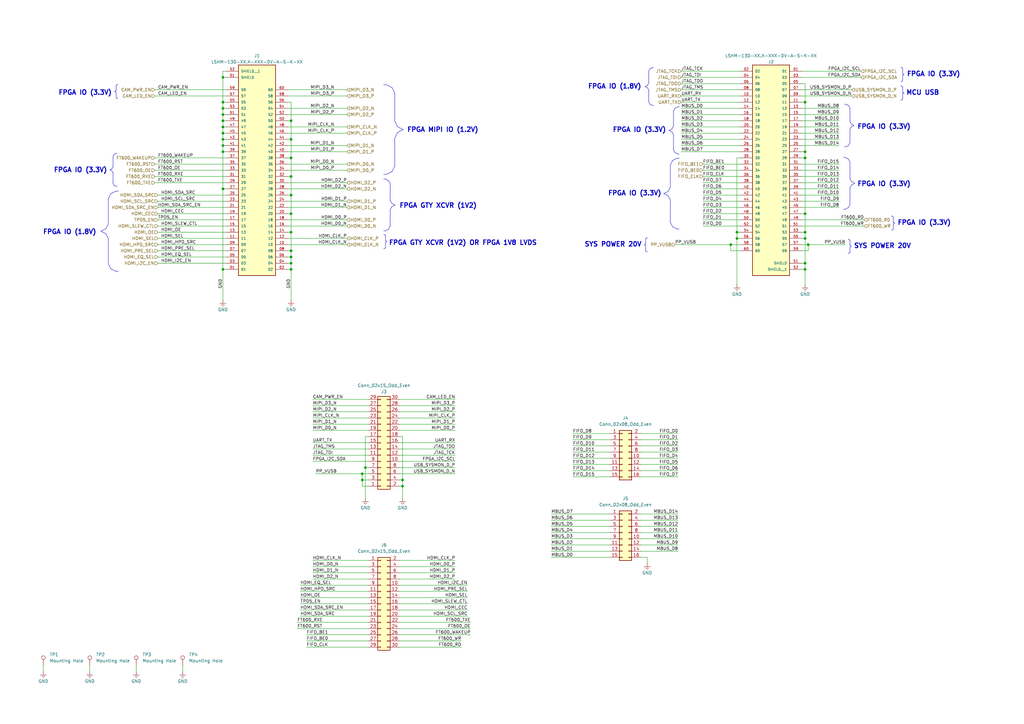
<source format=kicad_sch>
(kicad_sch (version 20231120) (generator "eeschema") (generator_version "8.0")
  (paper "A3")
  (title_block (title "IO Module Breakout") (date "2024-09-23") (rev "1.0") (company "Drexel University") (comment 1 "Designed by John Hofmeyr"))
  (lib_symbols
    (symbol "Connector:TestPoint" (pin_numbers hide) (pin_names (offset 0.762) hide)
      (property "Reference" "TP" (at 0 6.858 0))
      (property "Value" "TestPoint" (at 0 5.08 0))
      (symbol "TestPoint_0_1"
        (circle (center 0 3.302) (radius 0.762))
      )
      (symbol "TestPoint_1_1"
        (pin passive line (at 0 0 90) (length 2.54) (name "1") (number "1"))
      )
    )
    (symbol "Connector_Generic:Conn_02x08_Odd_Even" (pin_names (offset 1.016) hide)
      (property "Reference" "J" (at 1.27 10.16 0))
      (property "Value" "Conn_02x08_Odd_Even" (at 1.27 -12.7 0))
      (symbol "Conn_02x08_Odd_Even_1_1"
        (rectangle (start -1.27 -10.033) (end 0 -10.287) (stroke (width 0.1524)))
        (rectangle (start -1.27 -7.493) (end 0 -7.747) (stroke (width 0.1524)))
        (rectangle (start -1.27 -4.953) (end 0 -5.207) (stroke (width 0.1524)))
        (rectangle (start -1.27 -2.413) (end 0 -2.667) (stroke (width 0.1524)))
        (rectangle (start -1.27 0.127) (end 0 -0.127) (stroke (width 0.1524)))
        (rectangle (start -1.27 2.667) (end 0 2.413) (stroke (width 0.1524)))
        (rectangle (start -1.27 5.207) (end 0 4.953) (stroke (width 0.1524)))
        (rectangle (start -1.27 7.747) (end 0 7.493) (stroke (width 0.1524)))
        (rectangle (start -1.27 8.89) (end 3.81 -11.43) (stroke (width 0.254)) (fill (type background)))
        (rectangle (start 3.81 -10.033) (end 2.54 -10.287) (stroke (width 0.1524)))
        (rectangle (start 3.81 -7.493) (end 2.54 -7.747) (stroke (width 0.1524)))
        (rectangle (start 3.81 -4.953) (end 2.54 -5.207) (stroke (width 0.1524)))
        (rectangle (start 3.81 -2.413) (end 2.54 -2.667) (stroke (width 0.1524)))
        (rectangle (start 3.81 0.127) (end 2.54 -0.127) (stroke (width 0.1524)))
        (rectangle (start 3.81 2.667) (end 2.54 2.413) (stroke (width 0.1524)))
        (rectangle (start 3.81 5.207) (end 2.54 4.953) (stroke (width 0.1524)))
        (rectangle (start 3.81 7.747) (end 2.54 7.493) (stroke (width 0.1524)))
        (pin passive line (at -5.08 7.62 0) (length 3.81) (name "Pin_1") (number "1"))
        (pin passive line (at 7.62 -2.54 180) (length 3.81) (name "Pin_10") (number "10"))
        (pin passive line (at -5.08 -5.08 0) (length 3.81) (name "Pin_11") (number "11"))
        (pin passive line (at 7.62 -5.08 180) (length 3.81) (name "Pin_12") (number "12"))
        (pin passive line (at -5.08 -7.62 0) (length 3.81) (name "Pin_13") (number "13"))
        (pin passive line (at 7.62 -7.62 180) (length 3.81) (name "Pin_14") (number "14"))
        (pin passive line (at -5.08 -10.16 0) (length 3.81) (name "Pin_15") (number "15"))
        (pin passive line (at 7.62 -10.16 180) (length 3.81) (name "Pin_16") (number "16"))
        (pin passive line (at 7.62 7.62 180) (length 3.81) (name "Pin_2") (number "2"))
        (pin passive line (at -5.08 5.08 0) (length 3.81) (name "Pin_3") (number "3"))
        (pin passive line (at 7.62 5.08 180) (length 3.81) (name "Pin_4") (number "4"))
        (pin passive line (at -5.08 2.54 0) (length 3.81) (name "Pin_5") (number "5"))
        (pin passive line (at 7.62 2.54 180) (length 3.81) (name "Pin_6") (number "6"))
        (pin passive line (at -5.08 0 0) (length 3.81) (name "Pin_7") (number "7"))
        (pin passive line (at 7.62 0 180) (length 3.81) (name "Pin_8") (number "8"))
        (pin passive line (at -5.08 -2.54 0) (length 3.81) (name "Pin_9") (number "9"))
      )
    )
    (symbol "Connector_Generic:Conn_02x15_Odd_Even" (pin_names (offset 1.016) hide)
      (property "Reference" "J" (at 1.27 20.32 0))
      (property "Value" "Conn_02x15_Odd_Even" (at 1.27 -20.32 0))
      (symbol "Conn_02x15_Odd_Even_1_1"
        (rectangle (start -1.27 -17.653) (end 0 -17.907) (stroke (width 0.1524)))
        (rectangle (start -1.27 -15.113) (end 0 -15.367) (stroke (width 0.1524)))
        (rectangle (start -1.27 -12.573) (end 0 -12.827) (stroke (width 0.1524)))
        (rectangle (start -1.27 -10.033) (end 0 -10.287) (stroke (width 0.1524)))
        (rectangle (start -1.27 -7.493) (end 0 -7.747) (stroke (width 0.1524)))
        (rectangle (start -1.27 -4.953) (end 0 -5.207) (stroke (width 0.1524)))
        (rectangle (start -1.27 -2.413) (end 0 -2.667) (stroke (width 0.1524)))
        (rectangle (start -1.27 0.127) (end 0 -0.127) (stroke (width 0.1524)))
        (rectangle (start -1.27 2.667) (end 0 2.413) (stroke (width 0.1524)))
        (rectangle (start -1.27 5.207) (end 0 4.953) (stroke (width 0.1524)))
        (rectangle (start -1.27 7.747) (end 0 7.493) (stroke (width 0.1524)))
        (rectangle (start -1.27 10.287) (end 0 10.033) (stroke (width 0.1524)))
        (rectangle (start -1.27 12.827) (end 0 12.573) (stroke (width 0.1524)))
        (rectangle (start -1.27 15.367) (end 0 15.113) (stroke (width 0.1524)))
        (rectangle (start -1.27 17.907) (end 0 17.653) (stroke (width 0.1524)))
        (rectangle (start -1.27 19.05) (end 3.81 -19.05) (stroke (width 0.254)) (fill (type background)))
        (rectangle (start 3.81 -17.653) (end 2.54 -17.907) (stroke (width 0.1524)))
        (rectangle (start 3.81 -15.113) (end 2.54 -15.367) (stroke (width 0.1524)))
        (rectangle (start 3.81 -12.573) (end 2.54 -12.827) (stroke (width 0.1524)))
        (rectangle (start 3.81 -10.033) (end 2.54 -10.287) (stroke (width 0.1524)))
        (rectangle (start 3.81 -7.493) (end 2.54 -7.747) (stroke (width 0.1524)))
        (rectangle (start 3.81 -4.953) (end 2.54 -5.207) (stroke (width 0.1524)))
        (rectangle (start 3.81 -2.413) (end 2.54 -2.667) (stroke (width 0.1524)))
        (rectangle (start 3.81 0.127) (end 2.54 -0.127) (stroke (width 0.1524)))
        (rectangle (start 3.81 2.667) (end 2.54 2.413) (stroke (width 0.1524)))
        (rectangle (start 3.81 5.207) (end 2.54 4.953) (stroke (width 0.1524)))
        (rectangle (start 3.81 7.747) (end 2.54 7.493) (stroke (width 0.1524)))
        (rectangle (start 3.81 10.287) (end 2.54 10.033) (stroke (width 0.1524)))
        (rectangle (start 3.81 12.827) (end 2.54 12.573) (stroke (width 0.1524)))
        (rectangle (start 3.81 15.367) (end 2.54 15.113) (stroke (width 0.1524)))
        (rectangle (start 3.81 17.907) (end 2.54 17.653) (stroke (width 0.1524)))
        (pin passive line (at -5.08 17.78 0) (length 3.81) (name "Pin_1") (number "1"))
        (pin passive line (at 7.62 7.62 180) (length 3.81) (name "Pin_10") (number "10"))
        (pin passive line (at -5.08 5.08 0) (length 3.81) (name "Pin_11") (number "11"))
        (pin passive line (at 7.62 5.08 180) (length 3.81) (name "Pin_12") (number "12"))
        (pin passive line (at -5.08 2.54 0) (length 3.81) (name "Pin_13") (number "13"))
        (pin passive line (at 7.62 2.54 180) (length 3.81) (name "Pin_14") (number "14"))
        (pin passive line (at -5.08 0 0) (length 3.81) (name "Pin_15") (number "15"))
        (pin passive line (at 7.62 0 180) (length 3.81) (name "Pin_16") (number "16"))
        (pin passive line (at -5.08 -2.54 0) (length 3.81) (name "Pin_17") (number "17"))
        (pin passive line (at 7.62 -2.54 180) (length 3.81) (name "Pin_18") (number "18"))
        (pin passive line (at -5.08 -5.08 0) (length 3.81) (name "Pin_19") (number "19"))
        (pin passive line (at 7.62 17.78 180) (length 3.81) (name "Pin_2") (number "2"))
        (pin passive line (at 7.62 -5.08 180) (length 3.81) (name "Pin_20") (number "20"))
        (pin passive line (at -5.08 -7.62 0) (length 3.81) (name "Pin_21") (number "21"))
        (pin passive line (at 7.62 -7.62 180) (length 3.81) (name "Pin_22") (number "22"))
        (pin passive line (at -5.08 -10.16 0) (length 3.81) (name "Pin_23") (number "23"))
        (pin passive line (at 7.62 -10.16 180) (length 3.81) (name "Pin_24") (number "24"))
        (pin passive line (at -5.08 -12.7 0) (length 3.81) (name "Pin_25") (number "25"))
        (pin passive line (at 7.62 -12.7 180) (length 3.81) (name "Pin_26") (number "26"))
        (pin passive line (at -5.08 -15.24 0) (length 3.81) (name "Pin_27") (number "27"))
        (pin passive line (at 7.62 -15.24 180) (length 3.81) (name "Pin_28") (number "28"))
        (pin passive line (at -5.08 -17.78 0) (length 3.81) (name "Pin_29") (number "29"))
        (pin passive line (at -5.08 15.24 0) (length 3.81) (name "Pin_3") (number "3"))
        (pin passive line (at 7.62 -17.78 180) (length 3.81) (name "Pin_30") (number "30"))
        (pin passive line (at 7.62 15.24 180) (length 3.81) (name "Pin_4") (number "4"))
        (pin passive line (at -5.08 12.7 0) (length 3.81) (name "Pin_5") (number "5"))
        (pin passive line (at 7.62 12.7 180) (length 3.81) (name "Pin_6") (number "6"))
        (pin passive line (at -5.08 10.16 0) (length 3.81) (name "Pin_7") (number "7"))
        (pin passive line (at 7.62 10.16 180) (length 3.81) (name "Pin_8") (number "8"))
        (pin passive line (at -5.08 7.62 0) (length 3.81) (name "Pin_9") (number "9"))
      )
    )
    (symbol "IO_Module:LSHM-130-XX.X-XXX-DV-A-S-K-XX" (pin_names (offset 1.016))
      (property "Reference" "J" (at -7.62 43.942 0))
      (property "Value" "LSHM-130-XX.X-XXX-DV-A-S-K-XX" (at -7.62 -45.72 0))
      (symbol "LSHM-130-XX.X-XXX-DV-A-S-K-XX_0_0"
        (rectangle (start -7.62 -43.18) (end 7.62 43.18) (stroke (width 0.254)) (fill (type background)))
        (pin passive line (at -12.7 40.64 0) (length 5.08) (name "01") (number "01"))
        (pin passive line (at 12.7 40.64 180) (length 5.08) (name "02") (number "02"))
        (pin passive line (at -12.7 38.1 0) (length 5.08) (name "03") (number "03"))
        (pin passive line (at 12.7 38.1 180) (length 5.08) (name "04") (number "04"))
        (pin passive line (at -12.7 35.56 0) (length 5.08) (name "05") (number "05"))
        (pin passive line (at 12.7 35.56 180) (length 5.08) (name "06") (number "06"))
        (pin passive line (at -12.7 33.02 0) (length 5.08) (name "07") (number "07"))
        (pin passive line (at 12.7 33.02 180) (length 5.08) (name "08") (number "08"))
        (pin passive line (at -12.7 30.48 0) (length 5.08) (name "09") (number "09"))
        (pin passive line (at 12.7 30.48 180) (length 5.08) (name "10") (number "10"))
        (pin passive line (at -12.7 27.94 0) (length 5.08) (name "11") (number "11"))
        (pin passive line (at 12.7 27.94 180) (length 5.08) (name "12") (number "12"))
        (pin passive line (at -12.7 25.4 0) (length 5.08) (name "13") (number "13"))
        (pin passive line (at 12.7 25.4 180) (length 5.08) (name "14") (number "14"))
        (pin passive line (at -12.7 22.86 0) (length 5.08) (name "15") (number "15"))
        (pin passive line (at 12.7 22.86 180) (length 5.08) (name "16") (number "16"))
        (pin passive line (at -12.7 20.32 0) (length 5.08) (name "17") (number "17"))
        (pin passive line (at 12.7 20.32 180) (length 5.08) (name "18") (number "18"))
        (pin passive line (at -12.7 17.78 0) (length 5.08) (name "19") (number "19"))
        (pin passive line (at 12.7 17.78 180) (length 5.08) (name "20") (number "20"))
        (pin passive line (at -12.7 15.24 0) (length 5.08) (name "21") (number "21"))
        (pin passive line (at 12.7 15.24 180) (length 5.08) (name "22") (number "22"))
        (pin passive line (at -12.7 12.7 0) (length 5.08) (name "23") (number "23"))
        (pin passive line (at 12.7 12.7 180) (length 5.08) (name "24") (number "24"))
        (pin passive line (at -12.7 10.16 0) (length 5.08) (name "25") (number "25"))
        (pin passive line (at 12.7 10.16 180) (length 5.08) (name "26") (number "26"))
        (pin passive line (at -12.7 7.62 0) (length 5.08) (name "27") (number "27"))
        (pin passive line (at 12.7 7.62 180) (length 5.08) (name "28") (number "28"))
        (pin passive line (at -12.7 5.08 0) (length 5.08) (name "29") (number "29"))
        (pin passive line (at 12.7 5.08 180) (length 5.08) (name "30") (number "30"))
        (pin passive line (at -12.7 2.54 0) (length 5.08) (name "31") (number "31"))
        (pin passive line (at 12.7 2.54 180) (length 5.08) (name "32") (number "32"))
        (pin passive line (at -12.7 0 0) (length 5.08) (name "33") (number "33"))
        (pin passive line (at 12.7 0 180) (length 5.08) (name "34") (number "34"))
        (pin passive line (at -12.7 -2.54 0) (length 5.08) (name "35") (number "35"))
        (pin passive line (at 12.7 -2.54 180) (length 5.08) (name "36") (number "36"))
        (pin passive line (at -12.7 -5.08 0) (length 5.08) (name "37") (number "37"))
        (pin passive line (at 12.7 -5.08 180) (length 5.08) (name "38") (number "38"))
        (pin passive line (at -12.7 -7.62 0) (length 5.08) (name "39") (number "39"))
        (pin passive line (at 12.7 -7.62 180) (length 5.08) (name "40") (number "40"))
        (pin passive line (at -12.7 -10.16 0) (length 5.08) (name "41") (number "41"))
        (pin passive line (at 12.7 -10.16 180) (length 5.08) (name "42") (number "42"))
        (pin passive line (at -12.7 -12.7 0) (length 5.08) (name "43") (number "43"))
        (pin passive line (at 12.7 -12.7 180) (length 5.08) (name "44") (number "44"))
        (pin passive line (at -12.7 -15.24 0) (length 5.08) (name "45") (number "45"))
        (pin passive line (at 12.7 -15.24 180) (length 5.08) (name "46") (number "46"))
        (pin passive line (at -12.7 -17.78 0) (length 5.08) (name "47") (number "47"))
        (pin passive line (at 12.7 -17.78 180) (length 5.08) (name "48") (number "48"))
        (pin passive line (at -12.7 -20.32 0) (length 5.08) (name "49") (number "49"))
        (pin passive line (at 12.7 -20.32 180) (length 5.08) (name "50") (number "50"))
        (pin passive line (at -12.7 -22.86 0) (length 5.08) (name "51") (number "51"))
        (pin passive line (at 12.7 -22.86 180) (length 5.08) (name "52") (number "52"))
        (pin passive line (at -12.7 -25.4 0) (length 5.08) (name "53") (number "53"))
        (pin passive line (at 12.7 -25.4 180) (length 5.08) (name "54") (number "54"))
        (pin passive line (at -12.7 -27.94 0) (length 5.08) (name "55") (number "55"))
        (pin passive line (at 12.7 -27.94 180) (length 5.08) (name "56") (number "56"))
        (pin passive line (at -12.7 -30.48 0) (length 5.08) (name "57") (number "57"))
        (pin passive line (at 12.7 -30.48 180) (length 5.08) (name "58") (number "58"))
        (pin passive line (at -12.7 -33.02 0) (length 5.08) (name "59") (number "59"))
        (pin passive line (at 12.7 -33.02 180) (length 5.08) (name "60") (number "60"))
        (pin passive line (at -12.7 -38.1 0) (length 5.08) (name "SHIELD") (number "S1"))
        (pin passive line (at -12.7 -40.64 0) (length 5.08) (name "SHIELD__1") (number "S2"))
      )
    )
    (symbol "power:GND" (power) (pin_numbers hide) (pin_names (offset 0) hide)
      (property "Value" "GND" (at 0 -3.81 0))
      (symbol "GND_0_1"
        (polyline (pts (xy -0.635 -1.905) (xy 0.635 -1.905)))
        (polyline (pts (xy -0.127 -2.54) (xy 0.127 -2.54)))
        (polyline (pts (xy 0 -1.27) (xy 0 0)))
        (polyline (pts (xy 1.27 -1.27) (xy -1.27 -1.27)))
      )
      (symbol "GND_1_1"
        (pin power_in line (at 0 0 270) (length 0) (name "~") (number "1"))
      )
    )
  )
  (junction (at 91.44 54.61))
  (junction (at 91.44 59.69))
  (junction (at 302.26 97.79))
  (junction (at 91.44 57.15))
  (junction (at 148.59 194.31))
  (junction (at 119.38 95.25))
  (junction (at 91.44 62.23))
  (junction (at 330.2 64.77))
  (junction (at 91.44 49.53))
  (junction (at 330.2 97.79))
  (junction (at 119.38 87.63))
  (junction (at 299.72 100.33))
  (junction (at 148.59 196.85))
  (junction (at 119.38 102.87))
  (junction (at 119.38 110.49))
  (junction (at 91.44 44.45))
  (junction (at 91.44 52.07))
  (junction (at 119.38 105.41))
  (junction (at 330.2 41.91))
  (junction (at 149.86 191.77))
  (junction (at 165.1 199.39))
  (junction (at 119.38 80.01))
  (junction (at 91.44 31.75))
  (junction (at 119.38 107.95))
  (junction (at 91.44 46.99))
  (junction (at 330.2 110.49))
  (junction (at 91.44 41.91))
  (junction (at 330.2 95.25))
  (junction (at 119.38 49.53))
  (junction (at 330.2 62.23))
  (junction (at 119.38 64.77))
  (junction (at 330.2 87.63))
  (junction (at 302.26 95.25))
  (junction (at 119.38 57.15))
  (junction (at 91.44 110.49))
  (junction (at 119.38 72.39))
  (junction (at 91.44 77.47))
  (junction (at 331.47 100.33))
  (junction (at 330.2 107.95))
  (junction (at 165.1 196.85))
  (wire (pts (xy 328.93 64.77) (xy 330.2 64.77)))
  (wire (pts (xy 91.44 59.69) (xy 91.44 62.23)))
  (wire (pts (xy 330.2 107.95) (xy 330.2 110.49)))
  (wire (pts (xy 344.17 49.53) (xy 328.93 49.53)))
  (wire (pts (xy 64.77 87.63) (xy 92.71 87.63)))
  (wire (pts (xy 163.83 232.41) (xy 186.69 232.41)))
  (wire (pts (xy 163.83 173.99) (xy 186.69 173.99)))
  (wire (pts (xy 278.13 182.88) (xy 262.89 182.88)))
  (wire (pts (xy 119.38 64.77) (xy 119.38 72.39)))
  (wire (pts (xy 91.44 62.23) (xy 91.44 77.47)))
  (wire (pts (xy 353.06 31.75) (xy 328.93 31.75)))
  (wire (pts (xy 91.44 41.91) (xy 92.71 41.91)))
  (wire (pts (xy 163.83 179.07) (xy 165.1 179.07)))
  (wire (pts (xy 279.4 46.99) (xy 303.53 46.99)))
  (wire (pts (xy 118.11 39.37) (xy 142.24 39.37)))
  (wire (pts (xy 64.77 100.33) (xy 92.71 100.33)))
  (wire (pts (xy 328.93 95.25) (xy 330.2 95.25)))
  (wire (pts (xy 118.11 107.95) (xy 119.38 107.95)))
  (wire (pts (xy 55.88 273.05) (xy 55.88 275.59)))
  (wire (pts (xy 163.83 237.49) (xy 186.69 237.49)))
  (wire (pts (xy 91.44 57.15) (xy 92.71 57.15)))
  (wire (pts (xy 119.38 49.53) (xy 119.38 41.91)))
  (wire (pts (xy 91.44 54.61) (xy 92.71 54.61)))
  (wire (pts (xy 278.13 177.8) (xy 262.89 177.8)))
  (wire (pts (xy 119.38 123.19) (xy 119.38 110.49)))
  (wire (pts (xy 17.78 273.05) (xy 17.78 275.59)))
  (wire (pts (xy 328.93 100.33) (xy 331.47 100.33)))
  (wire (pts (xy 328.93 34.29) (xy 330.2 34.29)))
  (wire (pts (xy 279.4 52.07) (xy 303.53 52.07)))
  (wire (pts (xy 63.5 64.77) (xy 92.71 64.77)))
  (wire (pts (xy 191.77 242.57) (xy 163.83 242.57)))
  (wire (pts (xy 302.26 97.79) (xy 303.53 97.79)))
  (wire (pts (xy 302.26 97.79) (xy 302.26 116.84)))
  (wire (pts (xy 330.2 34.29) (xy 330.2 41.91)))
  (wire (pts (xy 121.92 257.81) (xy 151.13 257.81)))
  (wire (pts (xy 330.2 41.91) (xy 330.2 62.23)))
  (wire (pts (xy 151.13 179.07) (xy 149.86 179.07)))
  (wire (pts (xy 91.44 57.15) (xy 91.44 59.69)))
  (wire (pts (xy 118.11 72.39) (xy 119.38 72.39)))
  (wire (pts (xy 226.06 226.06) (xy 250.19 226.06)))
  (wire (pts (xy 279.4 54.61) (xy 303.53 54.61)))
  (wire (pts (xy 302.26 95.25) (xy 303.53 95.25)))
  (wire (pts (xy 191.77 252.73) (xy 163.83 252.73)))
  (wire (pts (xy 118.11 110.49) (xy 119.38 110.49)))
  (wire (pts (xy 64.77 85.09) (xy 92.71 85.09)))
  (wire (pts (xy 328.93 39.37) (xy 349.25 39.37)))
  (wire (pts (xy 328.93 90.17) (xy 354.33 90.17)))
  (wire (pts (xy 123.19 252.73) (xy 151.13 252.73)))
  (wire (pts (xy 118.11 57.15) (xy 119.38 57.15)))
  (wire (pts (xy 163.83 184.15) (xy 186.69 184.15)))
  (wire (pts (xy 151.13 199.39) (xy 148.59 199.39)))
  (wire (pts (xy 148.59 199.39) (xy 148.59 196.85)))
  (wire (pts (xy 91.44 110.49) (xy 92.71 110.49)))
  (wire (pts (xy 226.06 223.52) (xy 250.19 223.52)))
  (wire (pts (xy 163.83 265.43) (xy 189.23 265.43)))
  (wire (pts (xy 226.06 228.6) (xy 250.19 228.6)))
  (wire (pts (xy 331.47 100.33) (xy 346.71 100.33)))
  (wire (pts (xy 328.93 102.87) (xy 331.47 102.87)))
  (wire (pts (xy 149.86 191.77) (xy 151.13 191.77)))
  (wire (pts (xy 151.13 262.89) (xy 125.73 262.89)))
  (wire (pts (xy 328.93 82.55) (xy 344.17 82.55)))
  (wire (pts (xy 119.38 102.87) (xy 119.38 95.25)))
  (wire (pts (xy 193.04 260.35) (xy 163.83 260.35)))
  (wire (pts (xy 328.93 110.49) (xy 330.2 110.49)))
  (wire (pts (xy 302.26 64.77) (xy 303.53 64.77)))
  (wire (pts (xy 328.93 97.79) (xy 330.2 97.79)))
  (wire (pts (xy 118.11 44.45) (xy 142.24 44.45)))
  (wire (pts (xy 123.19 247.65) (xy 151.13 247.65)))
  (wire (pts (xy 118.11 46.99) (xy 142.24 46.99)))
  (wire (pts (xy 142.24 85.09) (xy 118.11 85.09)))
  (wire (pts (xy 149.86 191.77) (xy 149.86 204.47)))
  (wire (pts (xy 64.77 97.79) (xy 92.71 97.79)))
  (wire (pts (xy 64.77 82.55) (xy 92.71 82.55)))
  (wire (pts (xy 279.4 34.29) (xy 303.53 34.29)))
  (wire (pts (xy 63.5 74.93) (xy 92.71 74.93)))
  (wire (pts (xy 288.29 92.71) (xy 303.53 92.71)))
  (wire (pts (xy 344.17 54.61) (xy 328.93 54.61)))
  (wire (pts (xy 330.2 110.49) (xy 330.2 116.84)))
  (wire (pts (xy 151.13 181.61) (xy 128.27 181.61)))
  (wire (pts (xy 63.5 36.83) (xy 92.71 36.83)))
  (wire (pts (xy 278.13 218.44) (xy 262.89 218.44)))
  (wire (pts (xy 151.13 234.95) (xy 128.27 234.95)))
  (wire (pts (xy 288.29 87.63) (xy 303.53 87.63)))
  (wire (pts (xy 118.11 64.77) (xy 119.38 64.77)))
  (wire (pts (xy 262.89 228.6) (xy 265.43 228.6)))
  (wire (pts (xy 288.29 77.47) (xy 303.53 77.47)))
  (wire (pts (xy 123.19 242.57) (xy 151.13 242.57)))
  (wire (pts (xy 279.4 41.91) (xy 303.53 41.91)))
  (wire (pts (xy 151.13 186.69) (xy 128.27 186.69)))
  (wire (pts (xy 276.86 100.33) (xy 299.72 100.33)))
  (wire (pts (xy 64.77 80.01) (xy 92.71 80.01)))
  (wire (pts (xy 151.13 176.53) (xy 128.27 176.53)))
  (wire (pts (xy 278.13 180.34) (xy 262.89 180.34)))
  (wire (pts (xy 118.11 102.87) (xy 119.38 102.87)))
  (wire (pts (xy 278.13 210.82) (xy 262.89 210.82)))
  (wire (pts (xy 63.5 67.31) (xy 92.71 67.31)))
  (wire (pts (xy 193.04 255.27) (xy 163.83 255.27)))
  (wire (pts (xy 344.17 52.07) (xy 328.93 52.07)))
  (wire (pts (xy 250.19 195.58) (xy 234.95 195.58)))
  (wire (pts (xy 91.44 62.23) (xy 92.71 62.23)))
  (wire (pts (xy 328.93 41.91) (xy 330.2 41.91)))
  (wire (pts (xy 142.24 92.71) (xy 118.11 92.71)))
  (wire (pts (xy 91.44 31.75) (xy 92.71 31.75)))
  (wire (pts (xy 149.86 179.07) (xy 149.86 191.77)))
  (wire (pts (xy 148.59 194.31) (xy 151.13 194.31)))
  (wire (pts (xy 191.77 250.19) (xy 163.83 250.19)))
  (wire (pts (xy 118.11 36.83) (xy 142.24 36.83)))
  (wire (pts (xy 64.77 102.87) (xy 92.71 102.87)))
  (wire (pts (xy 119.38 107.95) (xy 119.38 105.41)))
  (wire (pts (xy 118.11 87.63) (xy 119.38 87.63)))
  (wire (pts (xy 193.04 257.81) (xy 163.83 257.81)))
  (wire (pts (xy 148.59 196.85) (xy 148.59 194.31)))
  (wire (pts (xy 142.24 90.17) (xy 118.11 90.17)))
  (wire (pts (xy 330.2 87.63) (xy 330.2 95.25)))
  (wire (pts (xy 64.77 105.41) (xy 92.71 105.41)))
  (wire (pts (xy 288.29 80.01) (xy 303.53 80.01)))
  (wire (pts (xy 163.83 168.91) (xy 186.69 168.91)))
  (wire (pts (xy 163.83 189.23) (xy 186.69 189.23)))
  (wire (pts (xy 163.83 163.83) (xy 186.69 163.83)))
  (wire (pts (xy 330.2 64.77) (xy 330.2 87.63)))
  (wire (pts (xy 151.13 196.85) (xy 148.59 196.85)))
  (wire (pts (xy 303.53 69.85) (xy 288.29 69.85)))
  (wire (pts (xy 328.93 72.39) (xy 344.17 72.39)))
  (wire (pts (xy 250.19 180.34) (xy 234.95 180.34)))
  (wire (pts (xy 250.19 185.42) (xy 234.95 185.42)))
  (wire (pts (xy 330.2 95.25) (xy 330.2 97.79)))
  (wire (pts (xy 36.83 273.05) (xy 36.83 275.59)))
  (wire (pts (xy 142.24 100.33) (xy 118.11 100.33)))
  (wire (pts (xy 250.19 190.5) (xy 234.95 190.5)))
  (wire (pts (xy 279.4 36.83) (xy 303.53 36.83)))
  (wire (pts (xy 151.13 173.99) (xy 128.27 173.99)))
  (wire (pts (xy 63.5 69.85) (xy 92.71 69.85)))
  (wire (pts (xy 123.19 250.19) (xy 151.13 250.19)))
  (wire (pts (xy 163.83 171.45) (xy 186.69 171.45)))
  (wire (pts (xy 165.1 179.07) (xy 165.1 196.85)))
  (wire (pts (xy 91.44 77.47) (xy 92.71 77.47)))
  (wire (pts (xy 328.93 67.31) (xy 344.17 67.31)))
  (wire (pts (xy 226.06 210.82) (xy 250.19 210.82)))
  (wire (pts (xy 279.4 31.75) (xy 303.53 31.75)))
  (wire (pts (xy 151.13 163.83) (xy 128.27 163.83)))
  (wire (pts (xy 91.44 52.07) (xy 92.71 52.07)))
  (wire (pts (xy 151.13 189.23) (xy 128.27 189.23)))
  (wire (pts (xy 118.11 52.07) (xy 142.24 52.07)))
  (wire (pts (xy 119.38 105.41) (xy 119.38 102.87)))
  (wire (pts (xy 344.17 46.99) (xy 328.93 46.99)))
  (wire (pts (xy 226.06 213.36) (xy 250.19 213.36)))
  (wire (pts (xy 288.29 90.17) (xy 303.53 90.17)))
  (wire (pts (xy 328.93 87.63) (xy 330.2 87.63)))
  (wire (pts (xy 118.11 62.23) (xy 142.24 62.23)))
  (wire (pts (xy 191.77 240.03) (xy 163.83 240.03)))
  (wire (pts (xy 125.73 265.43) (xy 151.13 265.43)))
  (wire (pts (xy 118.11 49.53) (xy 119.38 49.53)))
  (wire (pts (xy 278.13 226.06) (xy 262.89 226.06)))
  (wire (pts (xy 278.13 220.98) (xy 262.89 220.98)))
  (wire (pts (xy 118.11 41.91) (xy 119.38 41.91)))
  (wire (pts (xy 91.44 46.99) (xy 91.44 49.53)))
  (wire (pts (xy 278.13 185.42) (xy 262.89 185.42)))
  (wire (pts (xy 118.11 105.41) (xy 119.38 105.41)))
  (wire (pts (xy 91.44 31.75) (xy 91.44 41.91)))
  (wire (pts (xy 91.44 54.61) (xy 91.44 57.15)))
  (wire (pts (xy 64.77 95.25) (xy 92.71 95.25)))
  (wire (pts (xy 302.26 95.25) (xy 302.26 64.77)))
  (wire (pts (xy 92.71 29.21) (xy 91.44 29.21)))
  (wire (pts (xy 328.93 69.85) (xy 344.17 69.85)))
  (wire (pts (xy 279.4 62.23) (xy 303.53 62.23)))
  (wire (pts (xy 226.06 215.9) (xy 250.19 215.9)))
  (wire (pts (xy 163.83 181.61) (xy 186.69 181.61)))
  (wire (pts (xy 278.13 193.04) (xy 262.89 193.04)))
  (wire (pts (xy 331.47 102.87) (xy 331.47 100.33)))
  (wire (pts (xy 344.17 57.15) (xy 328.93 57.15)))
  (wire (pts (xy 250.19 182.88) (xy 234.95 182.88)))
  (wire (pts (xy 74.93 273.05) (xy 74.93 275.59)))
  (wire (pts (xy 64.77 92.71) (xy 92.71 92.71)))
  (wire (pts (xy 151.13 184.15) (xy 128.27 184.15)))
  (wire (pts (xy 91.44 44.45) (xy 91.44 46.99)))
  (wire (pts (xy 299.72 100.33) (xy 303.53 100.33)))
  (wire (pts (xy 328.93 74.93) (xy 344.17 74.93)))
  (wire (pts (xy 278.13 215.9) (xy 262.89 215.9)))
  (wire (pts (xy 119.38 110.49) (xy 119.38 107.95)))
  (wire (pts (xy 279.4 29.21) (xy 303.53 29.21)))
  (wire (pts (xy 142.24 97.79) (xy 118.11 97.79)))
  (wire (pts (xy 119.38 57.15) (xy 119.38 64.77)))
  (wire (pts (xy 303.53 67.31) (xy 288.29 67.31)))
  (wire (pts (xy 91.44 41.91) (xy 91.44 44.45)))
  (wire (pts (xy 279.4 39.37) (xy 303.53 39.37)))
  (wire (pts (xy 118.11 80.01) (xy 119.38 80.01)))
  (wire (pts (xy 91.44 29.21) (xy 91.44 31.75)))
  (wire (pts (xy 353.06 29.21) (xy 328.93 29.21)))
  (wire (pts (xy 330.2 97.79) (xy 330.2 107.95)))
  (wire (pts (xy 288.29 82.55) (xy 303.53 82.55)))
  (wire (pts (xy 278.13 213.36) (xy 262.89 213.36)))
  (wire (pts (xy 226.06 218.44) (xy 250.19 218.44)))
  (wire (pts (xy 328.93 80.01) (xy 344.17 80.01)))
  (wire (pts (xy 151.13 232.41) (xy 128.27 232.41)))
  (wire (pts (xy 328.93 92.71) (xy 354.33 92.71)))
  (wire (pts (xy 118.11 67.31) (xy 142.24 67.31)))
  (wire (pts (xy 191.77 247.65) (xy 163.83 247.65)))
  (wire (pts (xy 163.83 229.87) (xy 186.69 229.87)))
  (wire (pts (xy 123.19 240.03) (xy 151.13 240.03)))
  (wire (pts (xy 118.11 54.61) (xy 142.24 54.61)))
  (wire (pts (xy 123.19 245.11) (xy 151.13 245.11)))
  (wire (pts (xy 91.44 77.47) (xy 91.44 110.49)))
  (wire (pts (xy 163.83 176.53) (xy 186.69 176.53)))
  (wire (pts (xy 163.83 186.69) (xy 186.69 186.69)))
  (wire (pts (xy 328.93 36.83) (xy 349.25 36.83)))
  (wire (pts (xy 279.4 59.69) (xy 303.53 59.69)))
  (wire (pts (xy 299.72 102.87) (xy 299.72 100.33)))
  (wire (pts (xy 121.92 255.27) (xy 151.13 255.27)))
  (wire (pts (xy 278.13 195.58) (xy 262.89 195.58)))
  (wire (pts (xy 91.44 49.53) (xy 91.44 52.07)))
  (wire (pts (xy 163.83 191.77) (xy 186.69 191.77)))
  (wire (pts (xy 64.77 107.95) (xy 92.71 107.95)))
  (wire (pts (xy 163.83 194.31) (xy 186.69 194.31)))
  (wire (pts (xy 163.83 262.89) (xy 189.23 262.89)))
  (wire (pts (xy 279.4 49.53) (xy 303.53 49.53)))
  (wire (pts (xy 278.13 187.96) (xy 262.89 187.96)))
  (wire (pts (xy 328.93 107.95) (xy 330.2 107.95)))
  (wire (pts (xy 142.24 74.93) (xy 118.11 74.93)))
  (wire (pts (xy 278.13 190.5) (xy 262.89 190.5)))
  (wire (pts (xy 142.24 77.47) (xy 118.11 77.47)))
  (wire (pts (xy 299.72 102.87) (xy 303.53 102.87)))
  (wire (pts (xy 163.83 166.37) (xy 186.69 166.37)))
  (wire (pts (xy 119.38 57.15) (xy 119.38 49.53)))
  (wire (pts (xy 328.93 85.09) (xy 344.17 85.09)))
  (wire (pts (xy 142.24 82.55) (xy 118.11 82.55)))
  (wire (pts (xy 344.17 44.45) (xy 328.93 44.45)))
  (wire (pts (xy 118.11 95.25) (xy 119.38 95.25)))
  (wire (pts (xy 330.2 62.23) (xy 330.2 64.77)))
  (wire (pts (xy 279.4 44.45) (xy 303.53 44.45)))
  (wire (pts (xy 288.29 74.93) (xy 303.53 74.93)))
  (wire (pts (xy 64.77 90.17) (xy 92.71 90.17)))
  (wire (pts (xy 288.29 72.39) (xy 303.53 72.39)))
  (wire (pts (xy 119.38 87.63) (xy 119.38 80.01)))
  (wire (pts (xy 328.93 77.47) (xy 344.17 77.47)))
  (wire (pts (xy 165.1 196.85) (xy 165.1 199.39)))
  (wire (pts (xy 163.83 199.39) (xy 165.1 199.39)))
  (wire (pts (xy 63.5 72.39) (xy 92.71 72.39)))
  (wire (pts (xy 91.44 44.45) (xy 92.71 44.45)))
  (wire (pts (xy 119.38 80.01) (xy 119.38 72.39)))
  (wire (pts (xy 328.93 62.23) (xy 330.2 62.23)))
  (wire (pts (xy 151.13 166.37) (xy 128.27 166.37)))
  (wire (pts (xy 250.19 177.8) (xy 234.95 177.8)))
  (wire (pts (xy 91.44 59.69) (xy 92.71 59.69)))
  (wire (pts (xy 250.19 187.96) (xy 234.95 187.96)))
  (wire (pts (xy 165.1 199.39) (xy 165.1 204.47)))
  (wire (pts (xy 151.13 260.35) (xy 125.73 260.35)))
  (wire (pts (xy 265.43 228.6) (xy 265.43 231.14)))
  (wire (pts (xy 91.44 52.07) (xy 91.44 54.61)))
  (wire (pts (xy 163.83 234.95) (xy 186.69 234.95)))
  (wire (pts (xy 91.44 46.99) (xy 92.71 46.99)))
  (wire (pts (xy 250.19 193.04) (xy 234.95 193.04)))
  (wire (pts (xy 288.29 85.09) (xy 303.53 85.09)))
  (wire (pts (xy 279.4 57.15) (xy 303.53 57.15)))
  (wire (pts (xy 119.38 95.25) (xy 119.38 87.63)))
  (wire (pts (xy 151.13 171.45) (xy 128.27 171.45)))
  (wire (pts (xy 129.54 194.31) (xy 148.59 194.31)))
  (wire (pts (xy 226.06 220.98) (xy 250.19 220.98)))
  (wire (pts (xy 302.26 97.79) (xy 302.26 95.25)))
  (wire (pts (xy 91.44 49.53) (xy 92.71 49.53)))
  (wire (pts (xy 163.83 196.85) (xy 165.1 196.85)))
  (wire (pts (xy 191.77 245.11) (xy 163.83 245.11)))
  (wire (pts (xy 151.13 237.49) (xy 128.27 237.49)))
  (wire (pts (xy 91.44 110.49) (xy 91.44 123.19)))
  (wire (pts (xy 63.5 39.37) (xy 92.71 39.37)))
  (wire (pts (xy 278.13 223.52) (xy 262.89 223.52)))
  (wire (pts (xy 151.13 168.91) (xy 128.27 168.91)))
  (wire (pts (xy 118.11 59.69) (xy 142.24 59.69)))
  (wire (pts (xy 118.11 69.85) (xy 142.24 69.85)))
  (wire (pts (xy 151.13 229.87) (xy 128.27 229.87)))
  (wire (pts (xy 344.17 59.69) (xy 328.93 59.69)))
  (text "FPGA IO (3.3V)" (at 362.585 75.565 0) (effects (font (size 1.905 1.905) (bold yes))))
  (text "}" (at 348.615 74.295 0) (effects (font (size 13.97 13.97))))
  (text "}" (at 160.02 83.185 0) (effects (font (size 13.97 13.97))))
  (text "FPGA IO (1.8V)" (at 28.575 95.25 0) (effects (font (size 1.905 1.905) (bold yes))))
  (text "FPGA IO (3.3V)" (at 379.095 91.44 0) (effects (font (size 1.905 1.905) (bold yes))))
  (text "FPGA GTY XCVR (1V2)" (at 179.705 84.455 0) (effects (font (size 1.905 1.905) (bold yes))))
  (text "}" (at 370.205 30.48 0) (effects (font (size 3.81 3.81))))
  (text "SYS POWER 20V" (at 251.46 100.33 0) (effects (font (size 1.905 1.905) (bold yes))))
  (text "FPGA IO (3.3V)" (at 33.02 69.85 0) (effects (font (size 1.905 1.905) (bold yes))))
  (text "{\n" (at 46.355 69.215 0) (effects (font (size 8.89 8.89))))
  (text "}" (at 158.115 99.06 0) (effects (font (size 3.81 3.81))))
  (text "FPGA IO (1.8V)" (at 252.095 35.56 0) (effects (font (size 1.905 1.905) (bold yes))))
  (text "{\n" (at 44.45 93.345 0) (effects (font (size 21.59 21.59))))
  (text "{\n" (at 266.065 34.925 0) (effects (font (size 10.16 10.16))))
  (text "FPGA IO (3.3V)" (at 262.255 53.34 0) (effects (font (size 1.905 1.905) (bold yes))))
  (text "SYS POWER 20V" (at 361.95 100.965 0) (effects (font (size 1.905 1.905) (bold yes))))
  (text "FPGA GTY XCVR (1V2) OR FPGA 1V8 LVDS" (at 189.865 99.695 0) (effects (font (size 1.905 1.905) (bold yes))))
  (text "}" (at 161.925 51.435 0) (effects (font (size 24.13 24.13))))
  (text "}" (at 348.615 100.965 0) (effects (font (size 3.81 3.81))))
  (text "}" (at 366.395 91.44 0) (effects (font (size 3.81 3.81))))
  (text "{" (at 264.795 100.33 0) (effects (font (size 3.81 3.81))))
  (text "{\n" (at 276.225 52.705 0) (effects (font (size 12.7 12.7))))
  (text "}" (at 348.615 50.8 0) (effects (font (size 11.43 11.43))))
  (text "FPGA IO (3.3V)" (at 382.905 30.48 0) (effects (font (size 1.905 1.905) (bold yes))))
  (text "MCU USB" (at 378.46 38.1 0) (effects (font (size 1.905 1.905) (bold yes))))
  (text "{\n" (at 47.625 37.465 0) (effects (font (size 3.81 3.81))))
  (text "FPGA IO (3.3V)" (at 260.35 79.375 0) (effects (font (size 1.905 1.905) (bold yes))))
  (text "FPGA IO (3.3V)" (at 362.585 52.07 0) (effects (font (size 1.905 1.905) (bold yes))))
  (text "FPGA MIPI IO (1.2V)" (at 181.61 53.34 0) (effects (font (size 1.905 1.905) (bold yes))))
  (text "FPGA IO (3.3V)" (at 34.925 38.1 0) (effects (font (size 1.905 1.905) (bold yes))))
  (text "}" (at 370.205 38.1 0) (effects (font (size 3.81 3.81))))
  (text "{\n" (at 274.955 78.105 0) (effects (font (size 19.05 19.05))))
  (label "FIFO_D14" (at 234.95 193.04 0))
  (label "MBUS_D1" (at 226.06 226.06 0))
  (label "MIPI_CLK_N" (at 137.16 52.07 180))
  (label "FIFO_D9" (at 234.95 180.34 0))
  (label "FPGA_I2C_SDA" (at 128.27 189.23 0))
  (label "MBUS_D10" (at 278.13 220.98 180))
  (label "MIPI_D0_N" (at 137.16 67.31 180))
  (label "PP_VUSB" (at 276.86 100.33 0))
  (label "UART_TX" (at 279.4 41.91 0))
  (label "HDMI_SDA_SRC_EN" (at 123.19 250.19 0))
  (label "HDMI_I2C_EN" (at 191.77 240.03 180))
  (label "FIFO_D6" (at 288.29 77.47 0))
  (label "HDMI_CEC" (at 191.77 250.19 180))
  (label "JTAG_TCK" (at 279.4 29.21 0))
  (label "HDMI_SDA_SRC" (at 66.04 80.01 0))
  (label "JTAG_TMS" (at 279.4 36.83 0))
  (label "HDMI_CLK_N" (at 142.24 100.33 180))
  (label "HDMI_I2C_EN" (at 66.04 107.95 0))
  (label "JTAG_TDI" (at 279.4 31.75 0))
  (label "FIFO_D9" (at 344.17 82.55 180))
  (label "MIPI_CLK_P" (at 137.16 54.61 180))
  (label "MBUS_D2" (at 279.4 49.53 0))
  (label "MIPI_CLK_N" (at 128.27 171.45 0))
  (label "FIFO_D8" (at 234.95 177.8 0))
  (label "CAM_PWR_EN" (at 64.77 36.83 0))
  (label "FPGA_I2C_SCL" (at 353.06 29.21 180))
  (label "FIFO_D2" (at 278.13 182.88 180))
  (label "MBUS_D1" (at 279.4 46.99 0))
  (label "FIFO_D10" (at 234.95 182.88 0))
  (label "MBUS_D9" (at 278.13 223.52 180))
  (label "HDMI_PRE_SEL" (at 191.77 242.57 180))
  (label "HDMI_D0_P" (at 186.69 232.41 180))
  (label "MIPI_D1_N" (at 128.27 173.99 0))
  (label "USB_SYSMON_D_N" (at 349.25 39.37 180))
  (label "FIFO_D12" (at 344.17 74.93 180))
  (label "FT600_WR" (at 354.33 92.71 180))
  (label "HDMI_SEL" (at 191.77 245.11 180))
  (label "MIPI_D3_P" (at 137.16 39.37 180))
  (label "HDMI_CEC" (at 66.04 87.63 0))
  (label "MBUS_D3" (at 226.06 220.98 0))
  (label "TPD5_EN" (at 64.77 90.17 0))
  (label "FIFO_CLK" (at 288.29 72.39 0))
  (label "HDMI_HPD_SRC" (at 66.04 100.33 0))
  (label "MBUS_D4" (at 226.06 218.44 0))
  (label "HDMI_EQ_SEL" (at 66.04 105.41 0))
  (label "FIFO_D13" (at 344.17 72.39 180))
  (label "HDMI_CLK_P" (at 142.24 97.79 180))
  (label "FT600_RD" (at 354.33 90.17 180))
  (label "MBUS_D2" (at 226.06 223.52 0))
  (label "FIFO_BE1" (at 125.73 260.35 0))
  (label "FIFO_D15" (at 344.17 67.31 180))
  (label "MIPI_D2_N" (at 128.27 168.91 0))
  (label "JTAG_TMS" (at 128.27 184.15 0))
  (label "MIPI_D1_P" (at 186.69 173.99 180))
  (label "HDMI_D0_N" (at 142.24 92.71 180))
  (label "MIPI_D2_P" (at 137.16 46.99 180))
  (label "UART_TX" (at 128.27 181.61 0))
  (label "FIFO_D15" (at 234.95 195.58 0))
  (label "FIFO_D6" (at 278.13 193.04 180))
  (label "MIPI_D2_N" (at 137.16 44.45 180))
  (label "HDMI_CLK_N" (at 128.27 229.87 0))
  (label "HDMI_D2_P" (at 186.69 237.49 180))
  (label "MIPI_D0_P" (at 186.69 176.53 180))
  (label "FIFO_D3" (at 278.13 185.42 180))
  (label "MIPI_D1_N" (at 137.16 59.69 180))
  (label "HDMI_D2_N" (at 142.24 77.47 180))
  (label "MBUS_D9" (at 344.17 46.99 180))
  (label "FIFO_D8" (at 344.17 85.09 180))
  (label "HDMI_D0_N" (at 128.27 232.41 0))
  (label "MBUS_D8" (at 344.17 44.45 180))
  (label "HDMI_HPD_SRC" (at 123.19 242.57 0))
  (label "HDMI_SLEW_CTL" (at 66.04 92.71 0))
  (label "HDMI_D0_P" (at 142.24 90.17 180))
  (label "USB_SYSMON_D_P" (at 349.25 36.83 180))
  (label "CAM_LED_EN" (at 64.77 39.37 0))
  (label "FIFO_D1" (at 288.29 90.17 0))
  (label "MBUS_D3" (at 279.4 52.07 0))
  (label "HDMI_OE" (at 66.04 95.25 0))
  (label "HDMI_SLEW_CTL" (at 191.77 247.65 180))
  (label "JTAG_TDO" (at 279.4 34.29 0))
  (label "FPGA_I2C_SDA" (at 353.06 31.75 180))
  (label "FIFO_D11" (at 344.17 77.47 180))
  (label "HDMI_D1_N" (at 142.24 85.09 180))
  (label "HDMI_SCL_SRC" (at 66.04 82.55 0))
  (label "MBUS_D12" (at 278.13 215.9 180))
  (label "FT600_WR" (at 189.23 262.89 180))
  (label "HDMI_SDA_SRC" (at 123.19 252.73 0))
  (label "UART_RX" (at 279.4 39.37 0))
  (label "FT600_OE" (at 64.77 69.85 0))
  (label "JTAG_TDO" (at 186.69 184.15 180))
  (label "USB_SYSMON_D_N" (at 186.69 194.31 180))
  (label "HDMI_D1_P" (at 186.69 234.95 180))
  (label "HDMI_D1_P" (at 142.24 82.55 180))
  (label "MIPI_D1_P" (at 137.16 62.23 180))
  (label "GND" (at 119.38 114.3 270))
  (label "FIFO_D7" (at 278.13 195.58 180))
  (label "HDMI_CLK_P" (at 186.69 229.87 180))
  (label "MIPI_D2_P" (at 186.69 168.91 180))
  (label "JTAG_TCK" (at 186.69 186.69 180))
  (label "FIFO_D5" (at 278.13 190.5 180))
  (label "FIFO_D12" (at 234.95 187.96 0))
  (label "PP_VUSB" (at 346.71 100.33 180))
  (label "FIFO_D1" (at 278.13 180.34 180))
  (label "MBUS_D6" (at 226.06 213.36 0))
  (label "FT600_RXE" (at 64.77 72.39 0))
  (label "HDMI_PRE_SEL" (at 66.04 102.87 0))
  (label "HDMI_D1_N" (at 128.27 234.95 0))
  (label "FT600_RXE" (at 121.92 255.27 0))
  (label "HDMI_D2_P" (at 142.24 74.93 180))
  (label "JTAG_TDI" (at 128.27 186.69 0))
  (label "MBUS_D14" (at 278.13 210.82 180))
  (label "HDMI_EQ_SEL" (at 123.19 240.03 0))
  (label "FPGA_I2C_SCL" (at 186.69 189.23 180))
  (label "FIFO_D3" (at 288.29 85.09 0))
  (label "FT600_RST" (at 121.92 257.81 0))
  (label "MBUS_D11" (at 344.17 52.07 180))
  (label "MIPI_D3_P" (at 186.69 166.37 180))
  (label "FIFO_D2" (at 288.29 87.63 0))
  (label "FIFO_D0" (at 288.29 92.71 0))
  (label "FT600_WAKEUP" (at 193.04 260.35 180))
  (label "MBUS_D5" (at 226.06 215.9 0))
  (label "TPD5_EN" (at 123.19 247.65 0))
  (label "MBUS_D0" (at 279.4 44.45 0))
  (label "MBUS_D6" (at 279.4 59.69 0))
  (label "FIFO_D10" (at 344.17 80.01 180))
  (label "FT600_WAKEUP" (at 64.77 64.77 0))
  (label "FT600_RST" (at 64.77 67.31 0))
  (label "FT600_TXE" (at 64.77 74.93 0))
  (label "MBUS_D14" (at 344.17 59.69 180))
  (label "FIFO_D14" (at 344.17 69.85 180))
  (label "FIFO_D5" (at 288.29 80.01 0))
  (label "MBUS_D13" (at 278.13 213.36 180))
  (label "MBUS_D10" (at 344.17 49.53 180))
  (label "FIFO_D13" (at 234.95 190.5 0))
  (label "MBUS_D8" (at 278.13 226.06 180))
  (label "PP_VUSB" (at 129.54 194.31 0))
  (label "FIFO_BE1" (at 288.29 67.31 0))
  (label "MBUS_D7" (at 279.4 62.23 0))
  (label "MIPI_D3_N" (at 137.16 36.83 180))
  (label "HDMI_OE" (at 123.19 245.11 0))
  (label "FT600_OE" (at 193.04 257.81 180))
  (label "MBUS_D0" (at 226.06 228.6 0))
  (label "HDMI_SEL" (at 66.04 97.79 0))
  (label "FT600_RD" (at 189.23 265.43 180))
  (label "FIFO_D11" (at 234.95 185.42 0))
  (label "MBUS_D5" (at 279.4 57.15 0))
  (label "MBUS_D13" (at 344.17 57.15 180))
  (label "HDMI_SCL_SRC" (at 191.77 252.73 180))
  (label "MIPI_D3_N" (at 128.27 166.37 0))
  (label "USB_SYSMON_D_P" (at 186.69 191.77 180))
  (label "FIFO_D4" (at 288.29 82.55 0))
  (label "UART_RX" (at 186.69 181.61 180))
  (label "FIFO_D4" (at 278.13 187.96 180))
  (label "CAM_PWR_EN" (at 128.27 163.83 0))
  (label "MIPI_CLK_P" (at 186.69 171.45 180))
  (label "FIFO_BE0" (at 288.29 69.85 0))
  (label "MBUS_D11" (at 278.13 218.44 180))
  (label "MBUS_D4" (at 279.4 54.61 0))
  (label "FT600_TXE" (at 193.04 255.27 180))
  (label "MBUS_D12" (at 344.17 54.61 180))
  (label "MIPI_D0_N" (at 128.27 176.53 0))
  (label "FIFO_D0" (at 278.13 177.8 180))
  (label "MBUS_D7" (at 226.06 210.82 0))
  (label "CAM_LED_EN" (at 186.69 163.83 180))
  (label "MIPI_D0_P" (at 137.16 69.85 180))
  (label "HDMI_SDA_SRC_EN" (at 64.77 85.09 0))
  (label "GND" (at 91.44 114.3 270))
  (label "HDMI_D2_N" (at 128.27 237.49 0))
  (label "FIFO_CLK" (at 125.73 265.43 0))
  (label "FIFO_D7" (at 288.29 74.93 0))
  (label "FIFO_BE0" (at 125.73 262.89 0))
  (hierarchical_label "HDMI_CLK_N" (shape input) (at 142.24 100.33 0))
  (hierarchical_label "MIPI_D3_P" (shape input) (at 142.24 39.37 0))
  (hierarchical_label "HDMI_D0_P" (shape input) (at 142.24 90.17 0))
  (hierarchical_label "MIPI_D0_P" (shape input) (at 142.24 69.85 0))
  (hierarchical_label "HDMI_D2_N" (shape input) (at 142.24 77.47 0))
  (hierarchical_label "HDMI_HPD_SRC" (shape input) (at 64.77 100.33 180))
  (hierarchical_label "HDMI_D0_N" (shape input) (at 142.24 92.71 0))
  (hierarchical_label "FT600_WR" (shape input) (at 354.33 92.71 0))
  (hierarchical_label "FT600_RXE" (shape input) (at 63.5 72.39 180))
  (hierarchical_label "HDMI_SDA_SRC" (shape input) (at 64.77 80.01 180))
  (hierarchical_label "HDMI_SEL" (shape input) (at 64.77 97.79 180))
  (hierarchical_label "FT600_RST" (shape input) (at 63.5 67.31 180))
  (hierarchical_label "HDMI_OE" (shape input) (at 64.77 95.25 180))
  (hierarchical_label "JTAG_TMS" (shape input) (at 279.4 36.83 180))
  (hierarchical_label "FPGA_I2C_SCL" (shape input) (at 353.06 29.21 0))
  (hierarchical_label "MIPI_D0_N" (shape input) (at 142.24 67.31 0))
  (hierarchical_label "HDMI_D2_P" (shape input) (at 142.24 74.93 0))
  (hierarchical_label "CAM_LED_EN" (shape input) (at 63.5 39.37 180))
  (hierarchical_label "FIFO_BE0" (shape input) (at 288.29 69.85 180))
  (hierarchical_label "USB_SYSMON_D_P" (shape input) (at 349.25 36.83 0))
  (hierarchical_label "FIFO_BE1" (shape input) (at 288.29 67.31 180))
  (hierarchical_label "HDMI_I2C_EN" (shape input) (at 64.77 107.95 180))
  (hierarchical_label "FT600_RD" (shape input) (at 354.33 90.17 0))
  (hierarchical_label "HDMI_SCL_SRC" (shape input) (at 64.77 82.55 180))
  (hierarchical_label "MIPI_D2_N" (shape input) (at 142.24 44.45 0))
  (hierarchical_label "UART_RX" (shape input) (at 279.4 39.37 180))
  (hierarchical_label "MIPI_D3_N" (shape input) (at 142.24 36.83 0))
  (hierarchical_label "MIPI_D1_N" (shape input) (at 142.24 59.69 0))
  (hierarchical_label "HDMI_SLEW_CTL" (shape input) (at 64.77 92.71 180))
  (hierarchical_label "UART_TX" (shape input) (at 279.4 41.91 180))
  (hierarchical_label "MIPI_CLK_P" (shape input) (at 142.24 54.61 0))
  (hierarchical_label "JTAG_TDO" (shape input) (at 279.4 34.29 180))
  (hierarchical_label "FT600_OE" (shape input) (at 63.5 69.85 180))
  (hierarchical_label "HDMI_PRE_SEL" (shape input) (at 64.77 102.87 180))
  (hierarchical_label "USB_SYSMON_D_N" (shape input) (at 349.25 39.37 0))
  (hierarchical_label "FT600_TXE" (shape input) (at 63.5 74.93 180))
  (hierarchical_label "JTAG_TCK" (shape input) (at 279.4 29.21 180))
  (hierarchical_label "FPGA_I2C_SDA" (shape input) (at 353.06 31.75 0))
  (hierarchical_label "FT600_WAKEUP" (shape input) (at 63.5 64.77 180))
  (hierarchical_label "MIPI_CLK_N" (shape input) (at 142.24 52.07 0))
  (hierarchical_label "HDMI_EQ_SEL" (shape input) (at 64.77 105.41 180))
  (hierarchical_label "HDMI_SDA_SRC_EN" (shape input) (at 64.77 85.09 180))
  (hierarchical_label "PP_VUSB" (shape input) (at 276.86 100.33 180))
  (hierarchical_label "TPD5_EN" (shape input) (at 64.77 90.17 180))
  (hierarchical_label "CAM_PWR_EN" (shape input) (at 63.5 36.83 180))
  (hierarchical_label "FIFO_CLK" (shape input) (at 288.29 72.39 180))
  (hierarchical_label "HDMI_D1_N" (shape input) (at 142.24 85.09 0))
  (hierarchical_label "HDMI_D1_P" (shape input) (at 142.24 82.55 0))
  (hierarchical_label "MIPI_D2_P" (shape input) (at 142.24 46.99 0))
  (hierarchical_label "HDMI_CLK_P" (shape input) (at 142.24 97.79 0))
  (hierarchical_label "MIPI_D1_P" (shape input) (at 142.24 62.23 0))
  (hierarchical_label "JTAG_TDI" (shape input) (at 279.4 31.75 180))
  (hierarchical_label "HDMI_CEC" (shape input) (at 64.77 87.63 180))
  (symbol (lib_id "Connector:TestPoint") (at 17.78 273.05 0) (unit 1)
    (property "Reference" "TP1" (at 20.32 268.4779 0) (effects (justify left)))
    (property "Value" "Mounting Hole" (at 20.32 271.0179 0) (effects (justify left)))
    (property "Footprint" "MountingHole:MountingHole_2.2mm_M2_Pad_Via" (effects (hide yes)))
    (property "Description" "test point" (effects (hide yes)))
  )
  (symbol (lib_id "power:GND") (at 330.2 116.84 0) (unit 1)
    (property "Reference" "#PWR013" (effects (hide yes)))
    (property "Value" "GND" (at 330.2 120.65 0))
    (property "Description" "Power symbol creates a global label with name \"GND\" , ground" (effects (hide yes)))
  )
  (symbol (lib_id "Connector:TestPoint") (at 74.93 273.05 0) (unit 1)
    (property "Reference" "TP4" (at 77.47 268.4779 0) (effects (justify left)))
    (property "Value" "Mounting Hole" (at 77.47 271.0179 0) (effects (justify left)))
    (property "Footprint" "MountingHole:MountingHole_2.2mm_M2_Pad_Via" (effects (hide yes)))
    (property "Description" "test point" (effects (hide yes)))
  )
  (symbol (lib_id "Connector_Generic:Conn_02x15_Odd_Even") (at 156.21 247.65 0) (unit 1)
    (property "Reference" "J6" (at 157.48 223.52 0))
    (property "Value" "Conn_02x15_Odd_Even" (at 157.48 226.06 0))
    (property "Footprint" "Connector_PinHeader_2.54mm:PinHeader_2x15_P2.54mm_Horizontal" (effects (hide yes)))
    (property "Description" "Generic connector, double row, 02x15, odd/even pin numbering scheme (row 1 odd numbers, row 2 even numbers), script generated (kicad-library-utils/schlib/autogen/connector/)" (effects (hide yes)))
  )
  (symbol (lib_id "power:GND") (at 17.78 275.59 0) (unit 1)
    (property "Reference" "#PWR08" (effects (hide yes)))
    (property "Value" "GND" (at 17.78 279.4 0))
    (property "Description" "Power symbol creates a global label with name \"GND\" , ground" (effects (hide yes)))
  )
  (symbol (lib_id "power:GND") (at 149.86 204.47 0) (unit 1)
    (property "Reference" "#PWR05" (effects (hide yes)))
    (property "Value" "GND" (at 149.86 208.28 0))
    (property "Description" "Power symbol creates a global label with name \"GND\" , ground" (effects (hide yes)))
  )
  (symbol (lib_id "power:GND") (at 74.93 275.59 0) (unit 1)
    (property "Reference" "#PWR011" (effects (hide yes)))
    (property "Value" "GND" (at 74.93 279.4 0))
    (property "Description" "Power symbol creates a global label with name \"GND\" , ground" (effects (hide yes)))
  )
  (symbol (lib_id "power:GND") (at 91.44 123.19 0) (unit 1)
    (property "Reference" "#PWR014" (effects (hide yes)))
    (property "Value" "GND" (at 91.44 127 0))
    (property "Description" "Power symbol creates a global label with name \"GND\" , ground" (effects (hide yes)))
  )
  (symbol (lib_id "IO_Module:LSHM-130-XX.X-XXX-DV-A-S-K-XX") (at 105.41 69.85 0) (mirror x) (unit 1)
    (property "Reference" "J1" (at 105.41 22.86 0))
    (property "Value" "LSHM-130-XX.X-XXX-DV-A-S-K-XX" (at 105.41 25.4 0))
    (property "Footprint" "IO_Module:SAMTEC_LSHM-130-XX.X-XXX-DV-A-S-K-XX" (effects (hide yes)))
    (property "Datasheet" "https://mm.digikey.com/Volume0/opasdata/d220001/medias/docus/6129/lshm-1xx-xx.x-xxx-dv-a-x-x-xx-mkt.pdf" (effects (hide yes)))
    (property "PARTREV" "G" (effects (hide yes)))
    (property "STANDARD" "Manufacturer Recommendations" (effects (hide yes)))
    (property "MANUFACTURER" "Samtec" (effects (hide yes)))
  )
  (symbol (lib_id "power:GND") (at 302.26 116.84 0) (unit 1)
    (property "Reference" "#PWR012" (effects (hide yes)))
    (property "Value" "GND" (at 302.26 120.65 0))
    (property "Description" "Power symbol creates a global label with name \"GND\" , ground" (effects (hide yes)))
  )
  (symbol (lib_id "Connector_Generic:Conn_02x08_Odd_Even") (at 255.27 218.44 0) (unit 1)
    (property "Reference" "J5" (at 256.54 204.47 0))
    (property "Value" "Conn_02x08_Odd_Even" (at 256.54 207.01 0))
    (property "Footprint" "Connector_PinHeader_2.54mm:PinHeader_2x08_P2.54mm_Vertical_SMD" (effects (hide yes)))
    (property "Description" "Generic connector, double row, 02x08, odd/even pin numbering scheme (row 1 odd numbers, row 2 even numbers), script generated (kicad-library-utils/schlib/autogen/connector/)" (effects (hide yes)))
  )
  (symbol (lib_id "power:GND") (at 119.38 123.19 0) (unit 1)
    (property "Reference" "#PWR015" (effects (hide yes)))
    (property "Value" "GND" (at 119.38 127 0))
    (property "Description" "Power symbol creates a global label with name \"GND\" , ground" (effects (hide yes)))
  )
  (symbol (lib_id "power:GND") (at 265.43 231.14 0) (unit 1)
    (property "Reference" "#PWR07" (effects (hide yes)))
    (property "Value" "GND" (at 265.43 234.95 0))
    (property "Description" "Power symbol creates a global label with name \"GND\" , ground" (effects (hide yes)))
  )
  (symbol (lib_id "Connector_Generic:Conn_02x08_Odd_Even") (at 255.27 185.42 0) (unit 1)
    (property "Reference" "J4" (at 256.54 171.45 0))
    (property "Value" "Conn_02x08_Odd_Even" (at 256.54 173.99 0))
    (property "Footprint" "Connector_PinHeader_2.54mm:PinHeader_2x08_P2.54mm_Vertical_SMD" (effects (hide yes)))
    (property "Description" "Generic connector, double row, 02x08, odd/even pin numbering scheme (row 1 odd numbers, row 2 even numbers), script generated (kicad-library-utils/schlib/autogen/connector/)" (effects (hide yes)))
  )
  (symbol (lib_id "Connector:TestPoint") (at 36.83 273.05 0) (unit 1)
    (property "Reference" "TP2" (at 39.37 268.4779 0) (effects (justify left)))
    (property "Value" "Mounting Hole" (at 39.37 271.0179 0) (effects (justify left)))
    (property "Footprint" "MountingHole:MountingHole_2.2mm_M2_Pad_Via" (effects (hide yes)))
    (property "Description" "test point" (effects (hide yes)))
  )
  (symbol (lib_id "IO_Module:LSHM-130-XX.X-XXX-DV-A-S-K-XX") (at 316.23 69.85 0) (mirror y) (unit 1)
    (property "Reference" "J2" (at 316.23 25.4 0))
    (property "Value" "LSHM-130-XX.X-XXX-DV-A-S-K-XX" (at 316.23 22.86 0))
    (property "Footprint" "IO_Module:SAMTEC_LSHM-130-XX.X-XXX-DV-A-S-K-XX" (effects (hide yes)))
    (property "Datasheet" "https://mm.digikey.com/Volume0/opasdata/d220001/medias/docus/6129/lshm-1xx-xx.x-xxx-dv-a-x-x-xx-mkt.pdf" (effects (hide yes)))
    (property "PARTREV" "G" (effects (hide yes)))
    (property "STANDARD" "Manufacturer Recommendations" (effects (hide yes)))
    (property "MANUFACTURER" "Samtec" (effects (hide yes)))
  )
  (symbol (lib_id "power:GND") (at 36.83 275.59 0) (unit 1)
    (property "Reference" "#PWR09" (effects (hide yes)))
    (property "Value" "GND" (at 36.83 279.4 0))
    (property "Description" "Power symbol creates a global label with name \"GND\" , ground" (effects (hide yes)))
  )
  (symbol (lib_id "power:GND") (at 55.88 275.59 0) (unit 1)
    (property "Reference" "#PWR010" (effects (hide yes)))
    (property "Value" "GND" (at 55.88 279.4 0))
    (property "Description" "Power symbol creates a global label with name \"GND\" , ground" (effects (hide yes)))
  )
  (symbol (lib_id "Connector:TestPoint") (at 55.88 273.05 0) (unit 1)
    (property "Reference" "TP3" (at 58.42 268.4779 0) (effects (justify left)))
    (property "Value" "Mounting Hole" (at 58.42 271.0179 0) (effects (justify left)))
    (property "Footprint" "MountingHole:MountingHole_2.2mm_M2_Pad_Via" (effects (hide yes)))
    (property "Description" "test point" (effects (hide yes)))
  )
  (symbol (lib_id "Connector_Generic:Conn_02x15_Odd_Even") (at 156.21 181.61 0) (mirror x) (unit 1)
    (property "Reference" "J3" (at 157.48 160.655 0))
    (property "Value" "Conn_02x15_Odd_Even" (at 157.48 158.115 0))
    (property "Footprint" "Connector_PinHeader_2.54mm:PinHeader_2x15_P2.54mm_Horizontal" (effects (hide yes)))
    (property "Description" "Generic connector, double row, 02x15, odd/even pin numbering scheme (row 1 odd numbers, row 2 even numbers), script generated (kicad-library-utils/schlib/autogen/connector/)" (effects (hide yes)))
  )
  (symbol (lib_id "power:GND") (at 165.1 204.47 0) (unit 1)
    (property "Reference" "#PWR06" (effects (hide yes)))
    (property "Value" "GND" (at 165.1 208.28 0))
    (property "Description" "Power symbol creates a global label with name \"GND\" , ground" (effects (hide yes)))
  )
)
</source>
